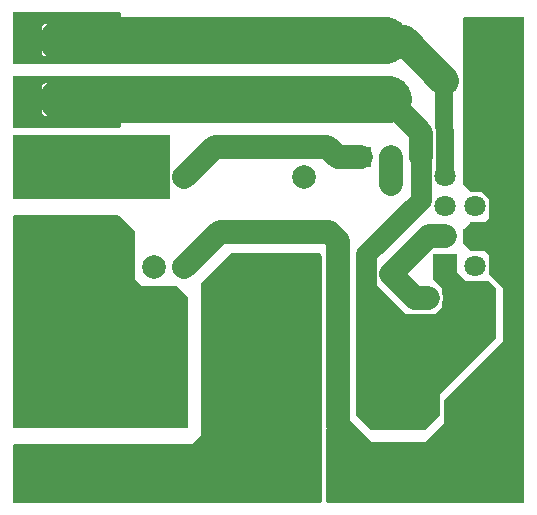
<source format=gbl>
G04 Layer: BottomLayer*
G04 EasyEDA v6.5.34, 2023-10-19 08:42:31*
G04 e3f5e68dd2074443958a13ea81cc3fb2,08f173712dbc44b08fd2a75eaeabdc68,10*
G04 Gerber Generator version 0.2*
G04 Scale: 100 percent, Rotated: No, Reflected: No *
G04 Dimensions in millimeters *
G04 leading zeros omitted , absolute positions ,4 integer and 5 decimal *
%FSLAX45Y45*%
%MOMM*%

%ADD10C,1.0000*%
%ADD11C,2.0000*%
%ADD12C,2.5000*%
%ADD13C,1.8000*%
%ADD14C,1.5000*%
%ADD15C,4.0000*%
%ADD16C,1.8796*%
%ADD17R,3.0000X2.2000*%
%ADD18C,1.6000*%
%ADD19R,2.0000X3.0000*%
%ADD20R,2.3000X2.0000*%
%ADD21R,1.8000X1.8000*%
%ADD22R,2.0000X2.0000*%
%ADD23R,0.0121X2.0000*%

%LPD*%
G36*
X36068Y3760012D02*
G01*
X32156Y3760774D01*
X28905Y3762959D01*
X26670Y3766261D01*
X25908Y3770172D01*
X25908Y4189831D01*
X26670Y4193743D01*
X28905Y4196994D01*
X32156Y4199229D01*
X36068Y4199991D01*
X929843Y4199991D01*
X933703Y4199229D01*
X937006Y4196994D01*
X939241Y4193743D01*
X940003Y4189831D01*
X940003Y3770172D01*
X939241Y3766261D01*
X937006Y3762959D01*
X933703Y3760774D01*
X929843Y3760012D01*
G37*

%LPC*%
G36*
X300583Y3824071D02*
G01*
X368655Y3824071D01*
X368655Y3898646D01*
X274116Y3898646D01*
X274116Y3850538D01*
X274828Y3844239D01*
X276707Y3838803D01*
X279806Y3833876D01*
X283870Y3829812D01*
X288798Y3826713D01*
X294233Y3824782D01*
G37*
G36*
X531368Y3824071D02*
G01*
X599440Y3824071D01*
X605739Y3824782D01*
X611225Y3826713D01*
X616102Y3829812D01*
X620217Y3833876D01*
X623265Y3838803D01*
X625195Y3844239D01*
X625906Y3850538D01*
X625906Y3898646D01*
X531368Y3898646D01*
G37*
G36*
X531368Y4021328D02*
G01*
X625906Y4021328D01*
X625906Y4069435D01*
X625195Y4075734D01*
X623265Y4081221D01*
X620217Y4086098D01*
X616102Y4090212D01*
X611225Y4093260D01*
X605739Y4095191D01*
X599440Y4095902D01*
X531368Y4095902D01*
G37*
G36*
X274116Y4021328D02*
G01*
X368655Y4021328D01*
X368655Y4095902D01*
X300583Y4095902D01*
X294233Y4095191D01*
X288798Y4093260D01*
X283870Y4090212D01*
X279806Y4086098D01*
X276707Y4081221D01*
X274828Y4075734D01*
X274116Y4069435D01*
G37*

%LPD*%
G36*
X36068Y3220008D02*
G01*
X32156Y3220770D01*
X28905Y3222955D01*
X26670Y3226257D01*
X25908Y3230168D01*
X25908Y3649827D01*
X26670Y3653739D01*
X28905Y3657041D01*
X32156Y3659225D01*
X36068Y3659987D01*
X929843Y3659987D01*
X933703Y3659225D01*
X937006Y3657041D01*
X939241Y3653739D01*
X940003Y3649827D01*
X940003Y3230168D01*
X939241Y3226257D01*
X937006Y3222955D01*
X933703Y3220770D01*
X929843Y3220008D01*
G37*

%LPC*%
G36*
X300583Y3324098D02*
G01*
X368655Y3324098D01*
X368655Y3398621D01*
X274116Y3398621D01*
X274116Y3350564D01*
X274828Y3344265D01*
X276707Y3338779D01*
X279806Y3333902D01*
X283870Y3329787D01*
X288798Y3326688D01*
X294233Y3324809D01*
G37*
G36*
X531368Y3324098D02*
G01*
X599440Y3324098D01*
X605739Y3324809D01*
X611225Y3326688D01*
X616102Y3329787D01*
X620217Y3333902D01*
X623265Y3338779D01*
X625195Y3344265D01*
X625906Y3350564D01*
X625906Y3398621D01*
X531368Y3398621D01*
G37*
G36*
X531368Y3521354D02*
G01*
X625906Y3521354D01*
X625906Y3569411D01*
X625195Y3575761D01*
X623265Y3581196D01*
X620217Y3586124D01*
X616102Y3590188D01*
X611225Y3593287D01*
X605739Y3595166D01*
X599440Y3595878D01*
X531368Y3595878D01*
G37*
G36*
X274116Y3521354D02*
G01*
X368655Y3521354D01*
X368655Y3595878D01*
X300583Y3595878D01*
X294233Y3595166D01*
X288798Y3593287D01*
X283870Y3590188D01*
X279806Y3586124D01*
X276707Y3581196D01*
X274828Y3575761D01*
X274116Y3569411D01*
G37*

%LPD*%
G36*
X36068Y2620010D02*
G01*
X32156Y2620772D01*
X28905Y2622956D01*
X26670Y2626258D01*
X25908Y2630170D01*
X25908Y3149854D01*
X26670Y3153714D01*
X28905Y3157016D01*
X32156Y3159201D01*
X36068Y3160014D01*
X1349857Y3160014D01*
X1353718Y3159201D01*
X1357020Y3157016D01*
X1359204Y3153714D01*
X1360017Y3149854D01*
X1360017Y2843530D01*
X1359560Y2840634D01*
X1356715Y2831033D01*
X1355293Y2824327D01*
X1354023Y2816148D01*
X1353413Y2809240D01*
X1353108Y2800959D01*
X1353312Y2794000D01*
X1354023Y2785821D01*
X1355090Y2778912D01*
X1356766Y2770835D01*
X1359357Y2762402D01*
X1360017Y2758846D01*
X1360017Y2630170D01*
X1359204Y2626258D01*
X1357020Y2622956D01*
X1353718Y2620772D01*
X1349857Y2620010D01*
G37*

%LPD*%
G36*
X36068Y680008D02*
G01*
X32156Y680770D01*
X28905Y682955D01*
X26670Y686257D01*
X25908Y690168D01*
X25908Y2469845D01*
X26670Y2473706D01*
X28905Y2477008D01*
X32156Y2479243D01*
X36068Y2480005D01*
X915771Y2480005D01*
X919683Y2479243D01*
X922985Y2477008D01*
X1057046Y2342946D01*
X1059230Y2339695D01*
X1059992Y2335784D01*
X1059992Y1941017D01*
X1060704Y1939289D01*
X1119276Y1880717D01*
X1121003Y1880006D01*
X1415491Y1880006D01*
X1419606Y1879092D01*
X1423009Y1876653D01*
X1507388Y1782876D01*
X1509318Y1779727D01*
X1509979Y1776120D01*
X1509979Y690168D01*
X1509217Y686257D01*
X1507032Y682955D01*
X1503730Y680770D01*
X1499819Y680008D01*
G37*

%LPD*%
G36*
X3064205Y659993D02*
G01*
X3060293Y660755D01*
X3057042Y662990D01*
X2932988Y787044D01*
X2930753Y790295D01*
X2929991Y794207D01*
X2929991Y1879854D01*
X2930753Y1883714D01*
X2932988Y1887016D01*
X2936290Y1889201D01*
X2940151Y1890014D01*
X3105810Y1890014D01*
X3109671Y1889201D01*
X3112973Y1887016D01*
X3359302Y1640687D01*
X3360978Y1639976D01*
X3598976Y1639976D01*
X3600704Y1640687D01*
X3659276Y1699310D01*
X3659987Y1700987D01*
X3659987Y1737969D01*
X3660444Y1741017D01*
X3663238Y1749856D01*
X3665982Y1764842D01*
X3666896Y1779981D01*
X3665982Y1795170D01*
X3663238Y1810156D01*
X3660444Y1818995D01*
X3659987Y1822043D01*
X3659987Y1858975D01*
X3659276Y1860702D01*
X3582974Y1937004D01*
X3580790Y1940306D01*
X3579977Y1944217D01*
X3579977Y2139848D01*
X3580790Y2143709D01*
X3582974Y2147011D01*
X3586276Y2149246D01*
X3590137Y2150008D01*
X3779824Y2150008D01*
X3783736Y2149246D01*
X3787038Y2147011D01*
X3789222Y2143709D01*
X3789984Y2139848D01*
X3789984Y1991004D01*
X3790696Y1989277D01*
X3859276Y1920697D01*
X3861003Y1919986D01*
X4055770Y1919986D01*
X4059682Y1919224D01*
X4062984Y1917039D01*
X4117035Y1862988D01*
X4119219Y1859686D01*
X4119981Y1855774D01*
X4119981Y1444193D01*
X4119219Y1440332D01*
X4117035Y1437030D01*
X3640683Y960729D01*
X3639972Y959002D01*
X3639972Y784199D01*
X3639210Y780338D01*
X3637026Y777036D01*
X3522979Y662990D01*
X3519678Y660755D01*
X3515766Y659993D01*
G37*

%LPD*%
G36*
X36068Y45974D02*
G01*
X32156Y46736D01*
X28905Y48971D01*
X26670Y52222D01*
X25908Y56134D01*
X25908Y529844D01*
X26670Y533704D01*
X28905Y537006D01*
X32156Y539242D01*
X36068Y540004D01*
X1618996Y540004D01*
X1620012Y541020D01*
X1620012Y1895805D01*
X1620774Y1899666D01*
X1622958Y1902968D01*
X1877009Y2157018D01*
X1880311Y2159203D01*
X1884222Y2160016D01*
X2615793Y2160016D01*
X2619654Y2159203D01*
X2622956Y2157018D01*
X2637028Y2142947D01*
X2639212Y2139696D01*
X2639974Y2135784D01*
X2639974Y56134D01*
X2639212Y52222D01*
X2637028Y48971D01*
X2633726Y46736D01*
X2629814Y45974D01*
G37*

%LPD*%
G36*
X2690164Y45974D02*
G01*
X2686253Y46736D01*
X2682951Y48971D01*
X2680766Y52222D01*
X2680004Y56134D01*
X2680004Y669848D01*
X2680766Y673709D01*
X2682951Y677011D01*
X2686253Y679246D01*
X2690164Y680008D01*
X2935782Y680008D01*
X2939694Y679246D01*
X2942945Y677011D01*
X3059277Y560730D01*
X3061004Y560019D01*
X3518966Y560019D01*
X3520694Y560730D01*
X3679291Y719277D01*
X3680002Y721004D01*
X3680002Y915771D01*
X3680764Y919683D01*
X3682949Y922985D01*
X4179265Y1419301D01*
X4179976Y1420977D01*
X4179976Y1858975D01*
X4179265Y1860702D01*
X4062984Y1977034D01*
X4060748Y1980336D01*
X4059986Y1984197D01*
X4059986Y2138984D01*
X4059275Y2140712D01*
X4020718Y2179269D01*
X4018991Y2179980D01*
X3904183Y2179980D01*
X3900322Y2180793D01*
X3897020Y2182977D01*
X3842969Y2237028D01*
X3840784Y2240330D01*
X3839972Y2244191D01*
X3839972Y2355799D01*
X3840784Y2359660D01*
X3842969Y2362962D01*
X3897020Y2417013D01*
X3900322Y2419197D01*
X3904183Y2420010D01*
X4018991Y2420010D01*
X4020718Y2420721D01*
X4059275Y2459278D01*
X4059986Y2461006D01*
X4059986Y2618994D01*
X4059275Y2620721D01*
X4000703Y2679293D01*
X3998976Y2680004D01*
X3904183Y2680004D01*
X3900322Y2680766D01*
X3897020Y2682951D01*
X3842969Y2737002D01*
X3840784Y2740304D01*
X3839972Y2744216D01*
X3839972Y4149851D01*
X3840784Y4153712D01*
X3842969Y4157014D01*
X3846271Y4159199D01*
X3850132Y4160012D01*
X4343908Y4160012D01*
X4347819Y4159199D01*
X4351070Y4157014D01*
X4353306Y4153712D01*
X4354068Y4149851D01*
X4354068Y56134D01*
X4353306Y52222D01*
X4351070Y48971D01*
X4347819Y46736D01*
X4343908Y45974D01*
G37*

%LPD*%
D10*
X3937000Y2303018D02*
G01*
X4037075Y2303018D01*
X4240022Y2100071D01*
X4240022Y1321307D01*
X3937000Y2810992D02*
G01*
X4239988Y2508003D01*
X4239988Y2010016D01*
D11*
X2778988Y1780006D02*
G01*
X2778988Y701004D01*
X3019996Y459996D01*
X3559992Y459996D01*
X3783906Y683907D01*
X3783906Y865007D01*
D10*
X3683000Y2049018D02*
G01*
X3683000Y1976881D01*
X3800093Y1860042D01*
X3800093Y1240028D01*
X3530091Y970026D01*
X3530091Y860044D01*
D11*
X1479042Y2039112D02*
G01*
X1780031Y2340102D01*
X2700020Y2340102D01*
X2780029Y2260092D01*
X2780029Y2150110D01*
X1880107Y860044D02*
G01*
X1880107Y739902D01*
X1499870Y359918D01*
X450087Y359918D01*
X2494996Y2038995D02*
G01*
X1879996Y1423995D01*
X1879996Y859998D01*
X3683000Y2303018D02*
G01*
X3553968Y2303018D01*
X3230118Y1978913D01*
X3229990Y2969996D02*
G01*
X3229990Y2740990D01*
X3229990Y2740990D01*
X2780004Y2149982D02*
G01*
X2780004Y1781020D01*
X2778993Y1780009D01*
X2975990Y2969996D02*
G01*
X2780004Y2969996D01*
X2780004Y2969996D01*
X1739900Y3059937D02*
G01*
X1479042Y2801112D01*
X2780004Y2969996D02*
G01*
X2690063Y3059937D01*
X1739900Y3059937D01*
X3229990Y1978992D02*
G01*
X3428977Y1780006D01*
X3540988Y1780006D01*
D12*
X1379997Y859998D02*
G01*
X1379992Y859993D01*
X450011Y859993D01*
X450001Y2299995D02*
G01*
X450011Y2299985D01*
X450011Y859993D01*
D10*
X3783802Y865007D02*
G01*
X4239986Y1321191D01*
D13*
X3484118Y2970021D02*
G01*
X3480054Y2965957D01*
X3480054Y2610104D01*
X3020059Y2150110D01*
X3020059Y1370076D01*
X3530091Y860044D01*
D12*
X450087Y2800095D02*
G01*
X1225042Y2801112D01*
D11*
X3199891Y3459987D02*
G01*
X3480054Y3180079D01*
X3480054Y2974086D01*
X3484118Y2970021D01*
D14*
X3679992Y3619992D02*
G01*
X3683000Y2811018D01*
D12*
X3178992Y3959992D02*
G01*
X3339993Y3959992D01*
X3679992Y3619992D01*
D15*
X449999Y3959992D02*
G01*
X3178992Y3959992D01*
X449999Y3459993D02*
G01*
X3199891Y3459993D01*
D16*
G01*
X3940987Y3959987D03*
G01*
X3178987Y3959987D03*
D17*
G01*
X450011Y3959987D03*
G01*
X450011Y3459987D03*
D18*
G01*
X2780004Y2969996D03*
G01*
X2780004Y2149982D03*
D11*
G01*
X2494991Y2800985D03*
G01*
X1478991Y2800985D03*
D19*
G01*
X1224991Y2800985D03*
D11*
G01*
X1224991Y2038985D03*
G01*
X1478991Y2038985D03*
D20*
G01*
X2494991Y2038985D03*
D21*
G01*
X2975990Y2969996D03*
D13*
G01*
X3229990Y2969996D03*
G01*
X3483990Y2969996D03*
D16*
G01*
X3229990Y2740990D03*
G01*
X3229990Y1978990D03*
G01*
X2778988Y1780006D03*
G01*
X3540988Y1780006D03*
D17*
G01*
X450011Y2799994D03*
G01*
X450011Y2299995D03*
G01*
X450011Y859993D03*
G01*
X450011Y359994D03*
D13*
G01*
X3937000Y2810992D03*
G01*
X3937000Y2556992D03*
G01*
X3937000Y2302992D03*
G01*
X3937000Y2048992D03*
G01*
X3683000Y2810992D03*
G01*
X3683000Y2556992D03*
G01*
X3683000Y2302992D03*
D21*
G01*
X3683000Y2048992D03*
D11*
G01*
X3780002Y859993D03*
G01*
X3530015Y859993D03*
G01*
X1880006Y859993D03*
D22*
G01*
X1380007Y859993D03*
M02*

</source>
